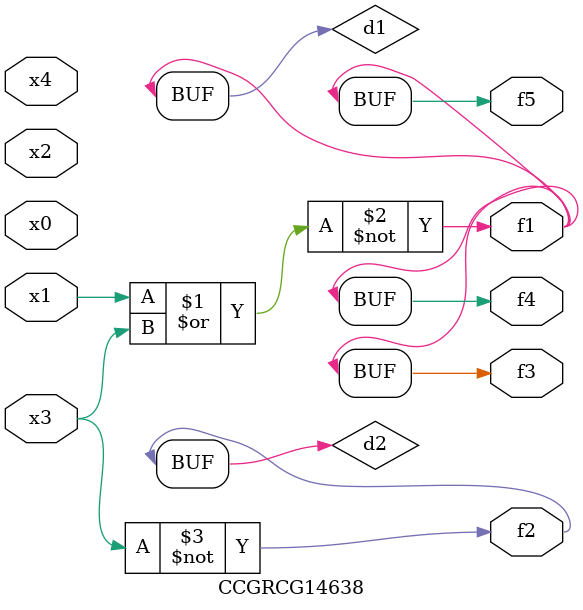
<source format=v>
module CCGRCG14638(
	input x0, x1, x2, x3, x4,
	output f1, f2, f3, f4, f5
);

	wire d1, d2;

	nor (d1, x1, x3);
	not (d2, x3);
	assign f1 = d1;
	assign f2 = d2;
	assign f3 = d1;
	assign f4 = d1;
	assign f5 = d1;
endmodule

</source>
